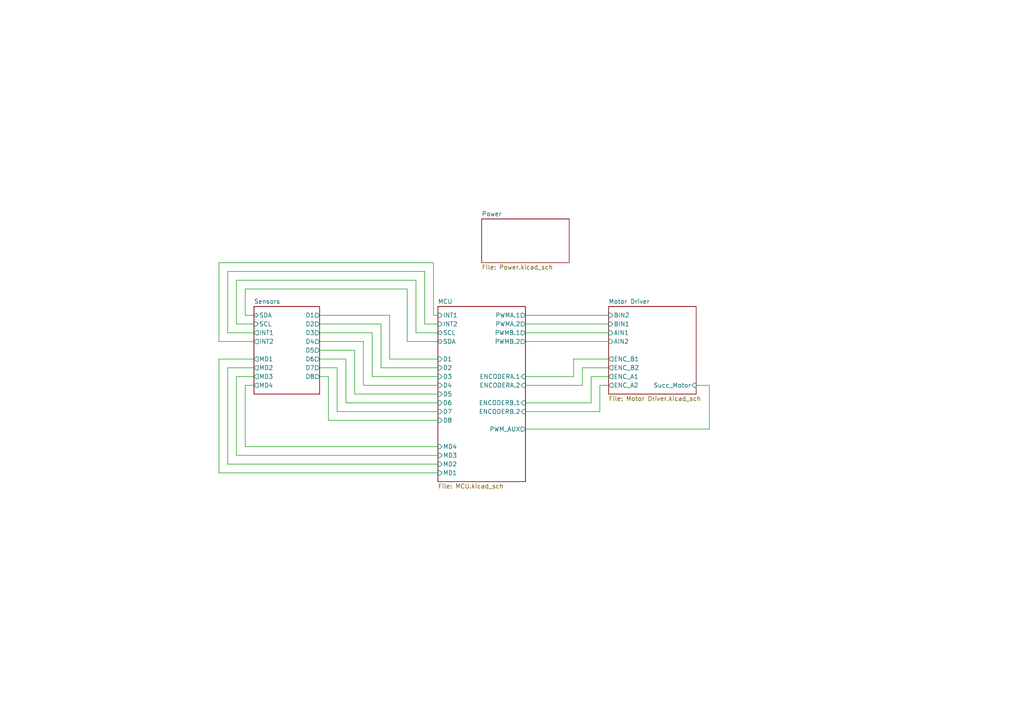
<source format=kicad_sch>
(kicad_sch (version 20230121) (generator eeschema)
  (paper "A4")
  (lib_symbols)
  (wire (pts (xy 73.66 99.06) (xy 63.5 99.06)))
  (wire (pts (xy 105.41 111.76) (xy 127 111.76)))
  (wire (pts (xy 63.5 99.06) (xy 63.5 76.2)))
  (wire (pts (xy 152.4 124.46) (xy 205.74 124.46)))
  (wire (pts (xy 73.66 91.44) (xy 71.12 91.44)))
  (wire (pts (xy 127 129.54) (xy 71.12 129.54)))
  (wire (pts (xy 73.66 109.22) (xy 68.58 109.22)))
  (wire (pts (xy 100.33 116.84) (xy 127 116.84)))
  (wire (pts (xy 71.12 83.82) (xy 118.11 83.82)))
  (wire (pts (xy 123.19 93.98) (xy 123.19 78.74)))
  (wire (pts (xy 68.58 93.98) (xy 68.58 81.28)))
  (wire (pts (xy 92.71 99.06) (xy 105.41 99.06)))
  (wire (pts (xy 66.04 134.62) (xy 66.04 106.68)))
  (wire (pts (xy 152.4 111.76) (xy 168.91 111.76)))
  (wire (pts (xy 166.37 109.22) (xy 166.37 104.14)))
  (wire (pts (xy 95.25 109.22) (xy 95.25 121.92)))
  (wire (pts (xy 71.12 111.76) (xy 73.66 111.76)))
  (wire (pts (xy 71.12 91.44) (xy 71.12 83.82)))
  (wire (pts (xy 68.58 132.08) (xy 127 132.08)))
  (wire (pts (xy 125.73 76.2) (xy 125.73 91.44)))
  (wire (pts (xy 113.03 104.14) (xy 127 104.14)))
  (wire (pts (xy 173.99 119.38) (xy 173.99 111.76)))
  (wire (pts (xy 66.04 78.74) (xy 66.04 96.52)))
  (wire (pts (xy 107.95 96.52) (xy 92.71 96.52)))
  (wire (pts (xy 171.45 109.22) (xy 176.53 109.22)))
  (wire (pts (xy 127 93.98) (xy 123.19 93.98)))
  (wire (pts (xy 127 119.38) (xy 97.79 119.38)))
  (wire (pts (xy 127 109.22) (xy 107.95 109.22)))
  (wire (pts (xy 100.33 104.14) (xy 100.33 116.84)))
  (wire (pts (xy 97.79 106.68) (xy 92.71 106.68)))
  (wire (pts (xy 120.65 96.52) (xy 127 96.52)))
  (wire (pts (xy 127 134.62) (xy 66.04 134.62)))
  (wire (pts (xy 63.5 137.16) (xy 127 137.16)))
  (wire (pts (xy 102.87 114.3) (xy 102.87 101.6)))
  (wire (pts (xy 92.71 109.22) (xy 95.25 109.22)))
  (wire (pts (xy 95.25 121.92) (xy 127 121.92)))
  (wire (pts (xy 152.4 96.52) (xy 176.53 96.52)))
  (wire (pts (xy 125.73 91.44) (xy 127 91.44)))
  (wire (pts (xy 127 114.3) (xy 102.87 114.3)))
  (wire (pts (xy 152.4 93.98) (xy 176.53 93.98)))
  (wire (pts (xy 152.4 109.22) (xy 166.37 109.22)))
  (wire (pts (xy 71.12 129.54) (xy 71.12 111.76)))
  (wire (pts (xy 92.71 91.44) (xy 113.03 91.44)))
  (wire (pts (xy 120.65 81.28) (xy 120.65 96.52)))
  (wire (pts (xy 73.66 104.14) (xy 63.5 104.14)))
  (wire (pts (xy 152.4 99.06) (xy 176.53 99.06)))
  (wire (pts (xy 205.74 124.46) (xy 205.74 111.76)))
  (wire (pts (xy 110.49 106.68) (xy 127 106.68)))
  (wire (pts (xy 113.03 91.44) (xy 113.03 104.14)))
  (wire (pts (xy 68.58 81.28) (xy 120.65 81.28)))
  (wire (pts (xy 118.11 99.06) (xy 127 99.06)))
  (wire (pts (xy 118.11 83.82) (xy 118.11 99.06)))
  (wire (pts (xy 102.87 101.6) (xy 92.71 101.6)))
  (wire (pts (xy 105.41 99.06) (xy 105.41 111.76)))
  (wire (pts (xy 68.58 93.98) (xy 73.66 93.98)))
  (wire (pts (xy 92.71 93.98) (xy 110.49 93.98)))
  (wire (pts (xy 168.91 111.76) (xy 168.91 106.68)))
  (wire (pts (xy 168.91 106.68) (xy 176.53 106.68)))
  (wire (pts (xy 205.74 111.76) (xy 201.93 111.76)))
  (wire (pts (xy 110.49 93.98) (xy 110.49 106.68)))
  (wire (pts (xy 63.5 76.2) (xy 125.73 76.2)))
  (wire (pts (xy 171.45 116.84) (xy 171.45 109.22)))
  (wire (pts (xy 123.19 78.74) (xy 66.04 78.74)))
  (wire (pts (xy 107.95 109.22) (xy 107.95 96.52)))
  (wire (pts (xy 173.99 111.76) (xy 176.53 111.76)))
  (wire (pts (xy 63.5 104.14) (xy 63.5 137.16)))
  (wire (pts (xy 66.04 96.52) (xy 73.66 96.52)))
  (wire (pts (xy 152.4 91.44) (xy 176.53 91.44)))
  (wire (pts (xy 166.37 104.14) (xy 176.53 104.14)))
  (wire (pts (xy 92.71 104.14) (xy 100.33 104.14)))
  (wire (pts (xy 68.58 109.22) (xy 68.58 132.08)))
  (wire (pts (xy 152.4 119.38) (xy 173.99 119.38)))
  (wire (pts (xy 66.04 106.68) (xy 73.66 106.68)))
  (wire (pts (xy 152.4 116.84) (xy 171.45 116.84)))
  (wire (pts (xy 97.79 119.38) (xy 97.79 106.68)))
  (sheet (at 176.53 88.9) (size 25.4 25.4) (stroke (width 0.1524))
    (property "Sheetname" "Motor Driver" (at 176.53 88.1884 0) (effects (justify left bottom)))
    (property "Sheetfile" "Motor Driver.kicad_sch" (at 176.53 114.8846 0) (effects (justify left top)))
    (pin "Succ_Motor" input (at 201.93 111.76 0))
    (pin "AIN1" input (at 176.53 96.52 180))
    (pin "AIN2" input (at 176.53 99.06 180))
    (pin "ENC_A1" output (at 176.53 109.22 180))
    (pin "ENC_A2" output (at 176.53 111.76 180))
    (pin "ENC_B1" output (at 176.53 104.14 180))
    (pin "ENC_B2" output (at 176.53 106.68 180))
    (pin "BIN1" input (at 176.53 93.98 180))
    (pin "BIN2" input (at 176.53 91.44 180))
  )
  (sheet (at 139.7 63.5) (size 25.4 12.7) (stroke (width 0.1524))
    (property "Sheetname" "Power" (at 139.7 62.7884 0) (effects (justify left bottom)))
    (property "Sheetfile" "Power.kicad_sch" (at 139.7 76.7846 0) (effects (justify left top)))
  )
  (sheet (at 127 88.9) (size 25.4 50.8) (stroke (width 0.1524))
    (property "Sheetname" "MCU" (at 127 88.1884 0) (effects (justify left bottom)))
    (property "Sheetfile" "MCU.kicad_sch" (at 127 140.2846 0) (effects (justify left top)))
    (pin "SCL" bidirectional (at 127 96.52 180))
    (pin "PWMB.1" output (at 152.4 96.52 0))
    (pin "PWMB.2" output (at 152.4 99.06 0))
    (pin "PWMA.2" output (at 152.4 93.98 0))
    (pin "PWMA.1" output (at 152.4 91.44 0))
    (pin "SDA" bidirectional (at 127 99.06 180))
    (pin "D5" input (at 127 114.3 180))
    (pin "D6" input (at 127 116.84 180))
    (pin "D7" input (at 127 119.38 180))
    (pin "D8" input (at 127 121.92 180))
    (pin "ENCODERA.2" input (at 152.4 111.76 0))
    (pin "D3" input (at 127 109.22 180))
    (pin "D4" input (at 127 111.76 180))
    (pin "D2" input (at 127 106.68 180))
    (pin "D1" input (at 127 104.14 180))
    (pin "ENCODERA.1" input (at 152.4 109.22 0))
    (pin "ENCODERB.1" input (at 152.4 116.84 0))
    (pin "ENCODERB.2" input (at 152.4 119.38 0))
    (pin "PWM_AUX" output (at 152.4 124.46 0))
    (pin "MD1" input (at 127 137.16 180))
    (pin "MD2" input (at 127 134.62 180))
    (pin "MD3" input (at 127 132.08 180))
    (pin "MD4" input (at 127 129.54 180))
    (pin "INT1" input (at 127 91.44 180))
    (pin "INT2" input (at 127 93.98 180))
  )
  (sheet (at 73.66 88.9) (size 19.05 25.4) (stroke (width 0.1524))
    (property "Sheetname" "Sensors" (at 73.66 88.1884 0) (effects (justify left bottom)))
    (property "Sheetfile" "Sensors.kicad_sch" (effects hide))
    (pin "SDA" bidirectional (at 73.66 91.44 180))
    (pin "SCL" input (at 73.66 93.98 180))
    (pin "INT2" output (at 73.66 99.06 180))
    (pin "INT1" output (at 73.66 96.52 180))
    (pin "D1" output (at 92.71 91.44 0))
    (pin "D2" output (at 92.71 93.98 0))
    (pin "MD1" output (at 73.66 104.14 180))
    (pin "MD2" output (at 73.66 106.68 180))
    (pin "MD4" output (at 73.66 111.76 180))
    (pin "MD3" output (at 73.66 109.22 180))
    (pin "D3" output (at 92.71 96.52 0))
    (pin "D4" output (at 92.71 99.06 0))
    (pin "D7" output (at 92.71 106.68 0))
    (pin "D8" output (at 92.71 109.22 0))
    (pin "D6" output (at 92.71 104.14 0))
    (pin "D5" output (at 92.71 101.6 0))
  )
)
</source>
